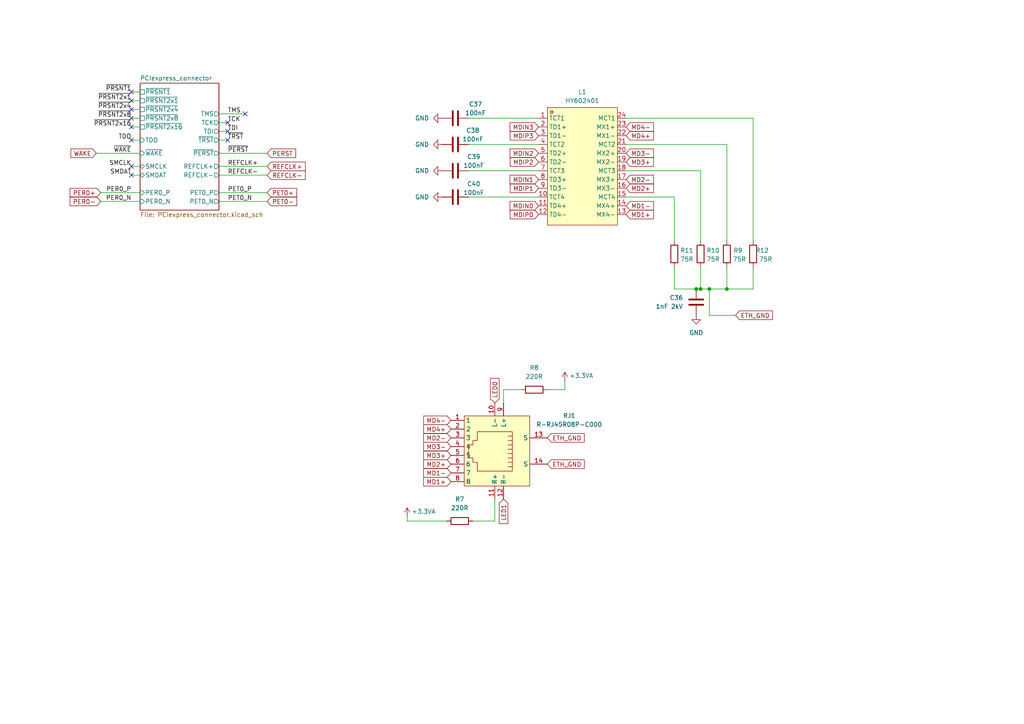
<source format=kicad_sch>
(kicad_sch (version 20250114) (generator "eeschema") (generator_version "9.0")
  (paper "A4")
  (lib_symbols
    (symbol "Device:C" (pin_numbers (hide yes)) (pin_names (offset 0.254))
      (property "Reference" "C" (at 0.635 2.54 0))
      (property "Value" "C" (at 0.635 -2.54 0))
      (symbol "C_0_1"
        (polyline (pts (xy -2.032 0.762) (xy 2.032 0.762)) (stroke (width 0.508)))
        (polyline (pts (xy -2.032 -0.762) (xy 2.032 -0.762)) (stroke (width 0.508)))
      )
      (symbol "C_1_1"
        (pin passive line (at 0 3.81 270) (length 2.794) (name "~") (number "1"))
        (pin passive line (at 0 -3.81 90) (length 2.794) (name "~") (number "2"))
      )
    )
    (symbol "Device:R" (pin_numbers (hide yes)) (pin_names (offset 0))
      (property "Reference" "R" (at 2.032 0 90))
      (property "Value" "R" (at 0 0 90))
      (symbol "R_0_1"
        (rectangle (start -1.016 -2.54) (end 1.016 2.54) (stroke (width 0.254)))
      )
      (symbol "R_1_1"
        (pin passive line (at 0 3.81 270) (length 1.27) (name "~") (number "1"))
        (pin passive line (at 0 -3.81 90) (length 1.27) (name "~") (number "2"))
      )
    )
    (symbol "da:HY602401"
      (property "Reference" "L" (at 0 19.05 0))
      (property "Value" "HY602401" (at 0 -19.05 0))
      (symbol "HY602401_0_1"
        (rectangle (start -10.16 17.02) (end 10.16 -17.02) (fill (type background)))
        (circle (center -8.89 15.75) (radius 0.38))
        (circle (center -8.89 15.75) (radius 0.38))
        (pin unspecified line (at -12.7 13.97 0) (length 2.54) (name "TCT1") (number "1"))
        (pin unspecified line (at -12.7 11.43 0) (length 2.54) (name "TD1+") (number "2"))
        (pin unspecified line (at -12.7 8.89 0) (length 2.54) (name "TD1-") (number "3"))
        (pin unspecified line (at -12.7 6.35 0) (length 2.54) (name "TCT2") (number "4"))
        (pin unspecified line (at -12.7 3.81 0) (length 2.54) (name "TD2+") (number "5"))
        (pin unspecified line (at -12.7 1.27 0) (length 2.54) (name "TD2-") (number "6"))
        (pin unspecified line (at -12.7 -1.27 0) (length 2.54) (name "TCT3") (number "7"))
        (pin unspecified line (at -12.7 -3.81 0) (length 2.54) (name "TD3+") (number "8"))
        (pin unspecified line (at -12.7 -6.35 0) (length 2.54) (name "TD3-") (number "9"))
        (pin unspecified line (at -12.7 -8.89 0) (length 2.54) (name "TCT4") (number "10"))
        (pin unspecified line (at -12.7 -11.43 0) (length 2.54) (name "TD4+") (number "11"))
        (pin unspecified line (at -12.7 -13.97 0) (length 2.54) (name "TD4-") (number "12"))
        (pin unspecified line (at 12.7 13.97 180) (length 2.54) (name "MCT1") (number "24"))
        (pin unspecified line (at 12.7 11.43 180) (length 2.54) (name "MX1+") (number "23"))
        (pin unspecified line (at 12.7 8.89 180) (length 2.54) (name "MX1-") (number "22"))
        (pin unspecified line (at 12.7 6.35 180) (length 2.54) (name "MCT2") (number "21"))
        (pin unspecified line (at 12.7 3.81 180) (length 2.54) (name "MX2+") (number "20"))
        (pin unspecified line (at 12.7 1.27 180) (length 2.54) (name "MX2-") (number "19"))
        (pin unspecified line (at 12.7 -1.27 180) (length 2.54) (name "MCT3") (number "18"))
        (pin unspecified line (at 12.7 -3.81 180) (length 2.54) (name "MX3+") (number "17"))
        (pin unspecified line (at 12.7 -6.35 180) (length 2.54) (name "MX3-") (number "16"))
        (pin unspecified line (at 12.7 -8.89 180) (length 2.54) (name "MCT4") (number "15"))
        (pin unspecified line (at 12.7 -11.43 180) (length 2.54) (name "MX4+") (number "14"))
        (pin unspecified line (at 12.7 -13.97 180) (length 2.54) (name "MX4-") (number "13"))
      )
    )
    (symbol "da:R-RJ45R08P-C000"
      (property "Reference" "RJ" (at 0 20.32 0))
      (property "Value" "R-RJ45R08P-C000" (at 0 -17.78 0))
      (symbol "R-RJ45R08P-C000_0_1"
        (rectangle (start -11.43 10.16) (end 8.89 -8.89) (fill (type background)))
        (polyline (pts (xy -6.86 5.08) (xy 4.57 5.08) (xy 4.57 -5.08) (xy 2.03 -5.08) (xy 2.03 -6.35) (xy 0.76 -6.35) (xy 0.76 -7.62) (xy -3.05 -7.62) (xy -3.05 -6.35) (xy -4.32 -6.35) (xy -4.32 -5.08) (xy -6.86 -5.08) (xy -6.86 5.08) (xy -6.86 5.08)) (fill (type background)))
        (polyline (pts (xy -5.59 3.81) (xy -5.59 5.08) (xy -5.59 5.08)))
        (polyline (pts (xy -4.32 5.08) (xy -4.32 3.81) (xy -4.32 3.81)))
        (polyline (pts (xy -3.05 5.08) (xy -3.05 3.81) (xy -3.05 3.81)))
        (polyline (pts (xy -1.78 5.08) (xy -1.78 3.81) (xy -1.78 3.81)))
        (polyline (pts (xy -0.51 5.08) (xy -0.51 3.81) (xy -0.51 3.81)))
        (polyline (pts (xy 0.76 5.08) (xy 0.76 3.81) (xy 0.76 3.81)))
        (polyline (pts (xy 2.03 3.81) (xy 2.03 5.08) (xy 2.03 5.08)))
        (polyline (pts (xy 3.3 3.81) (xy 3.3 5.08) (xy 3.3 5.08)))
        (pin unspecified line (at -15.24 2.54 0) (length 3.81) (name "L+") (number "9"))
        (pin unspecified line (at -15.24 0 0) (length 3.81) (name "L-") (number "10"))
        (pin unspecified line (at -10.16 -12.7 90) (length 3.81) (name "1") (number "1"))
        (pin unspecified line (at -7.62 -12.7 90) (length 3.81) (name "2") (number "2"))
        (pin unspecified line (at -5.08 15.24 270) (length 5.08) (name "S") (number "13"))
        (pin unspecified line (at -5.08 -12.7 90) (length 3.81) (name "3") (number "3"))
        (pin unspecified line (at -2.54 -12.7 90) (length 3.81) (name "4") (number "4"))
        (pin unspecified line (at 0 -12.7 90) (length 3.81) (name "5") (number "5"))
        (pin unspecified line (at 2.54 15.24 270) (length 5.08) (name "S") (number "14"))
        (pin unspecified line (at 2.54 -12.7 90) (length 3.81) (name "6") (number "6"))
        (pin unspecified line (at 5.08 -12.7 90) (length 3.81) (name "7") (number "7"))
        (pin unspecified line (at 7.62 -12.7 90) (length 3.81) (name "8") (number "8"))
        (pin unspecified line (at 12.7 2.54 180) (length 3.81) (name "R-") (number "12"))
        (pin unspecified line (at 12.7 0 180) (length 3.81) (name "R+") (number "11"))
      )
    )
    (symbol "power:+3.3VA" (power) (pin_names (offset 0))
      (property "Value" "+3.3VA" (at 0 3.556 0))
      (symbol "+3.3VA_0_1"
        (polyline (pts (xy -0.762 1.27) (xy 0 2.54)))
        (polyline (pts (xy 0 2.54) (xy 0.762 1.27)))
        (polyline (pts (xy 0 0) (xy 0 2.54)))
      )
      (symbol "+3.3VA_1_1"
        (pin power_in line (at 0 0 90) (length 0) (hide yes) (name "+3.3VA") (number "1"))
      )
    )
    (symbol "power:GND" (power) (pin_numbers (hide yes)) (pin_names (offset 0) (hide yes))
      (property "Value" "GND" (at 0 -3.81 0))
      (symbol "GND_0_1"
        (polyline (pts (xy 0 0) (xy 0 -1.27) (xy 1.27 -1.27) (xy 0 -2.54) (xy -1.27 -1.27) (xy 0 -1.27)))
      )
      (symbol "GND_1_1"
        (pin power_in line (at 0 0 270) (length 0) (name "~") (number "1"))
      )
    )
  )
  (junction (at 203.2 83.82))
  (junction (at 205.74 83.82))
  (junction (at 210.82 83.82))
  (junction (at 201.93 83.82))
  (no_connect (at 38.1 48.26))
  (no_connect (at 38.1 40.64))
  (no_connect (at 38.1 50.8))
  (no_connect (at 66.04 40.64))
  (no_connect (at 71.12 33.02))
  (no_connect (at 66.04 35.56))
  (no_connect (at 66.04 38.1))
  (no_connect (at 38.1 29.21))
  (no_connect (at 38.1 26.67))
  (no_connect (at 38.1 31.75))
  (no_connect (at 38.1 36.83))
  (no_connect (at 38.1 34.29))
  (wire (pts (xy 210.82 83.82) (xy 205.74 83.82)))
  (wire (pts (xy 203.2 77.47) (xy 203.2 83.82)))
  (wire (pts (xy 38.1 34.29) (xy 40.64 34.29)))
  (wire (pts (xy 156.21 41.91) (xy 135.89 41.91)))
  (wire (pts (xy 63.5 38.1) (xy 66.04 38.1)))
  (wire (pts (xy 218.44 34.29) (xy 218.44 69.85)))
  (wire (pts (xy 205.74 91.44) (xy 205.74 83.82)))
  (wire (pts (xy 203.2 83.82) (xy 201.93 83.82)))
  (wire (pts (xy 38.1 48.26) (xy 40.64 48.26)))
  (wire (pts (xy 38.1 40.64) (xy 40.64 40.64)))
  (wire (pts (xy 203.2 49.53) (xy 181.61 49.53)))
  (wire (pts (xy 195.58 83.82) (xy 201.93 83.82)))
  (wire (pts (xy 156.21 34.29) (xy 135.89 34.29)))
  (wire (pts (xy 63.5 40.64) (xy 66.04 40.64)))
  (wire (pts (xy 63.5 58.42) (xy 77.47 58.42)))
  (wire (pts (xy 38.1 36.83) (xy 40.64 36.83)))
  (wire (pts (xy 38.1 26.67) (xy 40.64 26.67)))
  (wire (pts (xy 63.5 33.02) (xy 71.12 33.02)))
  (wire (pts (xy 156.21 49.53) (xy 135.89 49.53)))
  (wire (pts (xy 213.36 91.44) (xy 205.74 91.44)))
  (wire (pts (xy 163.83 110.49) (xy 163.83 113.03)))
  (wire (pts (xy 156.21 57.15) (xy 135.89 57.15)))
  (wire (pts (xy 158.75 113.03) (xy 163.83 113.03)))
  (wire (pts (xy 38.1 29.21) (xy 40.64 29.21)))
  (wire (pts (xy 151.13 113.03) (xy 146.05 113.03)))
  (wire (pts (xy 195.58 57.15) (xy 195.58 69.85)))
  (wire (pts (xy 205.74 83.82) (xy 203.2 83.82)))
  (wire (pts (xy 218.44 34.29) (xy 181.61 34.29)))
  (wire (pts (xy 38.1 31.75) (xy 40.64 31.75)))
  (wire (pts (xy 210.82 41.91) (xy 181.61 41.91)))
  (wire (pts (xy 137.16 151.13) (xy 143.51 151.13)))
  (wire (pts (xy 195.58 57.15) (xy 181.61 57.15)))
  (wire (pts (xy 203.2 49.53) (xy 203.2 69.85)))
  (wire (pts (xy 210.82 77.47) (xy 210.82 83.82)))
  (wire (pts (xy 27.94 44.45) (xy 40.64 44.45)))
  (wire (pts (xy 63.5 35.56) (xy 66.04 35.56)))
  (wire (pts (xy 210.82 41.91) (xy 210.82 69.85)))
  (wire (pts (xy 38.1 50.8) (xy 40.64 50.8)))
  (wire (pts (xy 63.5 55.88) (xy 77.47 55.88)))
  (wire (pts (xy 29.21 55.88) (xy 40.64 55.88)))
  (wire (pts (xy 118.11 151.13) (xy 129.54 151.13)))
  (wire (pts (xy 63.5 50.8) (xy 77.47 50.8)))
  (wire (pts (xy 29.21 58.42) (xy 40.64 58.42)))
  (wire (pts (xy 195.58 77.47) (xy 195.58 83.82)))
  (wire (pts (xy 218.44 83.82) (xy 210.82 83.82)))
  (wire (pts (xy 63.5 48.26) (xy 77.47 48.26)))
  (wire (pts (xy 218.44 83.82) (xy 218.44 77.47)))
  (wire (pts (xy 143.51 151.13) (xy 143.51 144.78)))
  (wire (pts (xy 146.05 113.03) (xy 146.05 116.84)))
  (wire (pts (xy 63.5 44.45) (xy 77.47 44.45)))
  (wire (pts (xy 118.11 149.86) (xy 118.11 151.13)))
  (label "SMDAT" (at 38.1 50.8 180))
  (label "~{PERST}" (at 66.04 44.45 0))
  (label "PET0_P" (at 66.04 55.88 0))
  (label "~{WAKE}" (at 38.1 44.45 180))
  (label "TDI" (at 66.04 38.1 0))
  (label "TMS" (at 66.04 33.02 0))
  (label "~{PRSNT2x8}" (at 38.1 34.29 180))
  (label "PER0_P" (at 38.1 55.88 180))
  (label "~{PRSNT2x16}" (at 38.1 36.83 180))
  (label "~{PRSNT1}" (at 38.1 26.67 180))
  (label "~{PRSNT2x4}" (at 38.1 31.75 180))
  (label "PET0_N" (at 66.04 58.42 0))
  (label "TDO" (at 38.1 40.64 180))
  (label "~{TRST}" (at 66.04 40.64 0))
  (label "REFCLK-" (at 66.04 50.8 0))
  (label "~{PRSNT2x1}" (at 38.1 29.21 180))
  (label "PER0_N" (at 38.1 58.42 180))
  (label "TCK" (at 66.04 35.56 0))
  (label "REFCLK+" (at 66.04 48.26 0))
  (label "SMCLK" (at 38.1 48.26 180))
  (global_label "MDIN3" (shape input) (at 156.21 36.83 180) (property "Intersheetrefs" "${INTERSHEET_REFS}" (effects (hide yes))))
  (global_label "MDIN0" (shape input) (at 156.21 59.69 180) (property "Intersheetrefs" "${INTERSHEET_REFS}" (effects (hide yes))))
  (global_label "LED1" (shape input) (at 146.05 144.78 270) (property "Intersheetrefs" "${INTERSHEET_REFS}" (effects (hide yes))))
  (global_label "MD3+" (shape input) (at 130.81 132.08 180) (property "Intersheetrefs" "${INTERSHEET_REFS}" (effects (hide yes))))
  (global_label "ETH_GND" (shape input) (at 213.36 91.44 0) (property "Intersheetrefs" "${INTERSHEET_REFS}" (effects (hide yes))))
  (global_label "PER0-" (shape input) (at 29.21 58.42 180) (property "Intersheetrefs" "${INTERSHEET_REFS}" (effects (hide yes))))
  (global_label "MD1-" (shape input) (at 130.81 137.16 180) (property "Intersheetrefs" "${INTERSHEET_REFS}" (effects (hide yes))))
  (global_label "MD2-" (shape input) (at 181.61 52.07 0) (property "Intersheetrefs" "${INTERSHEET_REFS}" (effects (hide yes))))
  (global_label "MD1+" (shape input) (at 130.81 139.7 180) (property "Intersheetrefs" "${INTERSHEET_REFS}" (effects (hide yes))))
  (global_label "MD4+" (shape input) (at 130.81 124.46 180) (property "Intersheetrefs" "${INTERSHEET_REFS}" (effects (hide yes))))
  (global_label "PET0-" (shape input) (at 77.47 58.42 0) (property "Intersheetrefs" "${INTERSHEET_REFS}" (effects (hide yes))))
  (global_label "MDIN2" (shape input) (at 156.21 44.45 180) (property "Intersheetrefs" "${INTERSHEET_REFS}" (effects (hide yes))))
  (global_label "PER0+" (shape input) (at 29.21 55.88 180) (property "Intersheetrefs" "${INTERSHEET_REFS}" (effects (hide yes))))
  (global_label "MD4-" (shape input) (at 130.81 121.92 180) (property "Intersheetrefs" "${INTERSHEET_REFS}" (effects (hide yes))))
  (global_label "MD4+" (shape input) (at 181.61 39.37 0) (property "Intersheetrefs" "${INTERSHEET_REFS}" (effects (hide yes))))
  (global_label "MD1+" (shape input) (at 181.61 62.23 0) (property "Intersheetrefs" "${INTERSHEET_REFS}" (effects (hide yes))))
  (global_label "ETH_GND" (shape input) (at 158.75 127 0) (property "Intersheetrefs" "${INTERSHEET_REFS}" (effects (hide yes))))
  (global_label "PERST" (shape input) (at 77.47 44.45 0) (property "Intersheetrefs" "${INTERSHEET_REFS}" (effects (hide yes))))
  (global_label "PET0+" (shape input) (at 77.47 55.88 0) (property "Intersheetrefs" "${INTERSHEET_REFS}" (effects (hide yes))))
  (global_label "MDIP0" (shape input) (at 156.21 62.23 180) (property "Intersheetrefs" "${INTERSHEET_REFS}" (effects (hide yes))))
  (global_label "MDIN1" (shape input) (at 156.21 52.07 180) (property "Intersheetrefs" "${INTERSHEET_REFS}" (effects (hide yes))))
  (global_label "MD3+" (shape input) (at 181.61 46.99 0) (property "Intersheetrefs" "${INTERSHEET_REFS}" (effects (hide yes))))
  (global_label "MD3-" (shape input) (at 181.61 44.45 0) (property "Intersheetrefs" "${INTERSHEET_REFS}" (effects (hide yes))))
  (global_label "REFCLK-" (shape input) (at 77.47 50.8 0) (property "Intersheetrefs" "${INTERSHEET_REFS}" (effects (hide yes))))
  (global_label "MD2+" (shape input) (at 181.61 54.61 0) (property "Intersheetrefs" "${INTERSHEET_REFS}" (effects (hide yes))))
  (global_label "MD2+" (shape input) (at 130.81 134.62 180) (property "Intersheetrefs" "${INTERSHEET_REFS}" (effects (hide yes))))
  (global_label "MDIP2" (shape input) (at 156.21 46.99 180) (property "Intersheetrefs" "${INTERSHEET_REFS}" (effects (hide yes))))
  (global_label "LED0" (shape input) (at 143.51 116.84 90) (property "Intersheetrefs" "${INTERSHEET_REFS}" (effects (hide yes))))
  (global_label "ETH_GND" (shape input) (at 158.75 134.62 0) (property "Intersheetrefs" "${INTERSHEET_REFS}" (effects (hide yes))))
  (global_label "MD3-" (shape input) (at 130.81 129.54 180) (property "Intersheetrefs" "${INTERSHEET_REFS}" (effects (hide yes))))
  (global_label "MDIP3" (shape input) (at 156.21 39.37 180) (property "Intersheetrefs" "${INTERSHEET_REFS}" (effects (hide yes))))
  (global_label "WAKE" (shape input) (at 27.94 44.45 180) (property "Intersheetrefs" "${INTERSHEET_REFS}" (effects (hide yes))))
  (global_label "MD4-" (shape input) (at 181.61 36.83 0) (property "Intersheetrefs" "${INTERSHEET_REFS}" (effects (hide yes))))
  (global_label "REFCLK+" (shape input) (at 77.47 48.26 0) (property "Intersheetrefs" "${INTERSHEET_REFS}" (effects (hide yes))))
  (global_label "MD2-" (shape input) (at 130.81 127 180) (property "Intersheetrefs" "${INTERSHEET_REFS}" (effects (hide yes))))
  (global_label "MD1-" (shape input) (at 181.61 59.69 0) (property "Intersheetrefs" "${INTERSHEET_REFS}" (effects (hide yes))))
  (global_label "MDIP1" (shape input) (at 156.21 54.61 180) (property "Intersheetrefs" "${INTERSHEET_REFS}" (effects (hide yes))))
  (symbol (lib_id "power:GND") (at 201.93 91.44 0) (mirror y) (unit 1)
    (property "Reference" "#PWR037" (effects (hide yes)))
    (property "Value" "GND" (at 201.93 96.52 0))
    (property "Description" "Power symbol creates a global label with name \"GND\" , ground" (effects (hide yes)))
  )
  (symbol (lib_id "power:GND") (at 128.27 49.53 270) (mirror x) (unit 1)
    (property "Reference" "#PWR040" (effects (hide yes)))
    (property "Value" "GND" (at 124.46 49.5299 90) (effects (justify right)))
    (property "Description" "Power symbol creates a global label with name \"GND\" , ground" (effects (hide yes)))
  )
  (symbol (lib_id "da:HY602401") (at 168.91 48.26 0) (unit 1)
    (property "Reference" "L1" (at 168.91 26.67 0))
    (property "Value" "HY602401" (at 168.91 29.21 0))
    (property "Footprint" "easyeda2kicad:XFMR-SMD_HY602401" (effects (hide yes)))
    (property "Datasheet" "https://lcsc.com/product-detail/RJ45-Transformer_1000MNetwork-transformer_C55685.html" (effects (hide yes)))
    (property "LCSC Part" "C55685" (effects (hide yes)))
  )
  (symbol (lib_id "Device:C") (at 132.08 41.91 270) (mirror x) (unit 1)
    (property "Reference" "C38" (at 137.16 37.846 90))
    (property "Value" "100nF" (at 137.16 40.386 90))
    (property "Footprint" "Capacitor_SMD:C_0402_1005Metric" (effects (hide yes)))
    (property "Description" "Unpolarized capacitor" (effects (hide yes)))
  )
  (symbol (lib_id "Device:C") (at 201.93 87.63 0) (mirror y) (unit 1)
    (property "Reference" "C36" (at 198.12 86.3599 0) (effects (justify left)))
    (property "Value" "1nF 2kV" (at 198.12 88.8999 0) (effects (justify left)))
    (property "Footprint" "Capacitor_SMD:C_1210_3225Metric" (effects (hide yes)))
    (property "Description" "Unpolarized capacitor" (effects (hide yes)))
  )
  (symbol (lib_id "power:+3.3VA") (at 163.83 110.49 0) (unit 1)
    (property "Reference" "#PWR0118" (effects (hide yes)))
    (property "Value" "+3.3VA" (at 165.1 108.966 0) (effects (justify left)))
  )
  (symbol (lib_id "power:GND") (at 128.27 41.91 270) (mirror x) (unit 1)
    (property "Reference" "#PWR039" (effects (hide yes)))
    (property "Value" "GND" (at 124.46 41.9099 90) (effects (justify right)))
    (property "Description" "Power symbol creates a global label with name \"GND\" , ground" (effects (hide yes)))
  )
  (symbol (lib_id "Device:R") (at 133.35 151.13 90) (unit 1)
    (property "Reference" "R7" (at 133.35 144.78 90))
    (property "Value" "220R" (at 133.35 147.32 90))
    (property "Footprint" "Resistor_SMD:R_0402_1005Metric" (effects (hide yes)))
    (property "Description" "Resistor" (effects (hide yes)))
  )
  (symbol (lib_id "Device:C") (at 132.08 57.15 270) (mirror x) (unit 1)
    (property "Reference" "C40" (at 137.414 53.34 90))
    (property "Value" "100nF" (at 137.414 55.88 90))
    (property "Footprint" "Capacitor_SMD:C_0402_1005Metric" (effects (hide yes)))
    (property "Description" "Unpolarized capacitor" (effects (hide yes)))
  )
  (symbol (lib_id "da:R-RJ45R08P-C000") (at 143.51 132.08 270) (unit 1)
    (property "Reference" "RJ1" (at 165.1 120.5798 90))
    (property "Value" "R-RJ45R08P-C000" (at 165.1 123.1198 90))
    (property "Footprint" "easyeda2kicad:RJ45-TH_R-RJ45R08P-C000" (effects (hide yes)))
    (property "Datasheet" "https://lcsc.com/product-detail/Ethernet-Connectors-Modular-Connectors-RJ45-RJ11_Shenzhen-Cankemeng-R-RJ45R08P-C000_C386757.html" (effects (hide yes)))
    (property "LCSC Part" "C386757" (effects (hide yes)))
  )
  (symbol (lib_id "Device:R") (at 218.44 73.66 0) (mirror y) (unit 1)
    (property "Reference" "R12" (at 223.012 72.644 0) (effects (justify left)))
    (property "Value" "75R" (at 224.028 75.184 0) (effects (justify left)))
    (property "Footprint" "Resistor_SMD:R_0402_1005Metric" (effects (hide yes)))
    (property "Description" "Resistor" (effects (hide yes)))
  )
  (symbol (lib_id "Device:R") (at 203.2 73.66 0) (mirror y) (unit 1)
    (property "Reference" "R10" (at 208.788 72.644 0) (effects (justify left)))
    (property "Value" "75R" (at 208.788 75.184 0) (effects (justify left)))
    (property "Footprint" "Resistor_SMD:R_0402_1005Metric" (effects (hide yes)))
    (property "Description" "Resistor" (effects (hide yes)))
  )
  (symbol (lib_id "Device:C") (at 132.08 34.29 270) (mirror x) (unit 1)
    (property "Reference" "C37" (at 137.922 30.226 90))
    (property "Value" "100nF" (at 137.922 32.766 90))
    (property "Footprint" "Capacitor_SMD:C_0402_1005Metric" (effects (hide yes)))
    (property "Description" "Unpolarized capacitor" (effects (hide yes)))
  )
  (symbol (lib_id "Device:R") (at 154.94 113.03 90) (unit 1)
    (property "Reference" "R8" (at 154.94 106.68 90))
    (property "Value" "220R" (at 154.94 109.22 90))
    (property "Footprint" "Resistor_SMD:R_0402_1005Metric" (effects (hide yes)))
    (property "Description" "Resistor" (effects (hide yes)))
  )
  (symbol (lib_id "Device:R") (at 210.82 73.66 0) (mirror y) (unit 1)
    (property "Reference" "R9" (at 215.392 72.644 0) (effects (justify left)))
    (property "Value" "75R" (at 216.408 75.184 0) (effects (justify left)))
    (property "Footprint" "Resistor_SMD:R_0402_1005Metric" (effects (hide yes)))
    (property "Description" "Resistor" (effects (hide yes)))
  )
  (symbol (lib_id "power:GND") (at 128.27 34.29 270) (mirror x) (unit 1)
    (property "Reference" "#PWR038" (effects (hide yes)))
    (property "Value" "GND" (at 124.46 34.2899 90) (effects (justify right)))
    (property "Description" "Power symbol creates a global label with name \"GND\" , ground" (effects (hide yes)))
  )
  (symbol (lib_id "Device:R") (at 195.58 73.66 0) (mirror y) (unit 1)
    (property "Reference" "R11" (at 201.168 72.644 0) (effects (justify left)))
    (property "Value" "75R" (at 201.168 75.184 0) (effects (justify left)))
    (property "Footprint" "Resistor_SMD:R_0402_1005Metric" (effects (hide yes)))
    (property "Description" "Resistor" (effects (hide yes)))
  )
  (symbol (lib_id "Device:C") (at 132.08 49.53 270) (mirror x) (unit 1)
    (property "Reference" "C39" (at 137.414 45.466 90))
    (property "Value" "100nF" (at 137.414 48.006 90))
    (property "Footprint" "Capacitor_SMD:C_0402_1005Metric" (effects (hide yes)))
    (property "Description" "Unpolarized capacitor" (effects (hide yes)))
  )
  (symbol (lib_id "power:GND") (at 128.27 57.15 270) (mirror x) (unit 1)
    (property "Reference" "#PWR041" (effects (hide yes)))
    (property "Value" "GND" (at 124.46 57.1499 90) (effects (justify right)))
    (property "Description" "Power symbol creates a global label with name \"GND\" , ground" (effects (hide yes)))
  )
  (symbol (lib_id "power:+3.3VA") (at 118.11 149.86 0) (unit 1)
    (property "Reference" "#PWR0117" (effects (hide yes)))
    (property "Value" "+3.3VA" (at 119.38 148.336 0) (effects (justify left)))
  )
  (sheet (at 40.64 24.13) (size 22.86 36.83)
    (property "Sheetname" "PCIexpress_connector" (at 40.64 23.4184 0) (effects (justify left bottom)))
    (property "Sheetfile" "PCIexpress_connector.kicad_sch" (at 40.64 61.5446 0) (effects (justify left top)))
    (pin "PET0_P" output (at 63.5 55.88 0))
    (pin "PET0_N" output (at 63.5 58.42 0))
    (pin "REFCLK+" output (at 63.5 48.26 0))
    (pin "REFCLK-" output (at 63.5 50.8 0))
    (pin "~{PRSNT2x16}" passive (at 40.64 36.83 180))
    (pin "TDO" input (at 40.64 40.64 180))
    (pin "TMS" output (at 63.5 33.02 0))
    (pin "TDI" output (at 63.5 38.1 0))
    (pin "TCK" output (at 63.5 35.56 0))
    (pin "~{WAKE}" input (at 40.64 44.45 180))
    (pin "~{TRST}" output (at 63.5 40.64 0))
    (pin "SMCLK" bidirectional (at 40.64 48.26 180))
    (pin "SMDAT" bidirectional (at 40.64 50.8 180))
    (pin "~{PERST}" output (at 63.5 44.45 0))
    (pin "~{PRSNT1}" passive (at 40.64 26.67 180))
    (pin "~{PRSNT2x8}" passive (at 40.64 34.29 180))
    (pin "~{PRSNT2x4}" passive (at 40.64 31.75 180))
    (pin "~{PRSNT2x1}" passive (at 40.64 29.21 180))
    (pin "PER0_N" input (at 40.64 58.42 180))
    (pin "PER0_P" input (at 40.64 55.88 180))
  )
)
</source>
